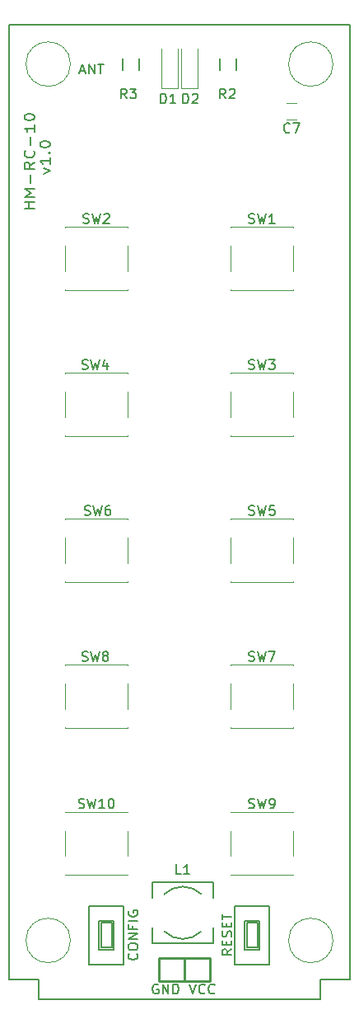
<source format=gto>
G04 #@! TF.FileFunction,Legend,Top*
%FSLAX46Y46*%
G04 Gerber Fmt 4.6, Leading zero omitted, Abs format (unit mm)*
G04 Created by KiCad (PCBNEW 4.0.2-stable) date 15.03.2017 10:40:45*
%MOMM*%
G01*
G04 APERTURE LIST*
%ADD10C,0.100000*%
%ADD11C,0.200000*%
%ADD12C,0.150000*%
%ADD13C,0.120000*%
%ADD14C,0.254000*%
G04 APERTURE END LIST*
D10*
D11*
X133573881Y-48875286D02*
X132573881Y-48875286D01*
X133050071Y-48875286D02*
X133050071Y-48189571D01*
X133573881Y-48189571D02*
X132573881Y-48189571D01*
X133573881Y-47618143D02*
X132573881Y-47618143D01*
X133288167Y-47218143D01*
X132573881Y-46818143D01*
X133573881Y-46818143D01*
X133192929Y-46246714D02*
X133192929Y-45332428D01*
X133573881Y-44075285D02*
X133097690Y-44475285D01*
X133573881Y-44761000D02*
X132573881Y-44761000D01*
X132573881Y-44303857D01*
X132621500Y-44189571D01*
X132669119Y-44132428D01*
X132764357Y-44075285D01*
X132907214Y-44075285D01*
X133002452Y-44132428D01*
X133050071Y-44189571D01*
X133097690Y-44303857D01*
X133097690Y-44761000D01*
X133478643Y-42875285D02*
X133526262Y-42932428D01*
X133573881Y-43103857D01*
X133573881Y-43218143D01*
X133526262Y-43389571D01*
X133431024Y-43503857D01*
X133335786Y-43561000D01*
X133145310Y-43618143D01*
X133002452Y-43618143D01*
X132811976Y-43561000D01*
X132716738Y-43503857D01*
X132621500Y-43389571D01*
X132573881Y-43218143D01*
X132573881Y-43103857D01*
X132621500Y-42932428D01*
X132669119Y-42875285D01*
X133192929Y-42361000D02*
X133192929Y-41446714D01*
X133573881Y-40246714D02*
X133573881Y-40932429D01*
X133573881Y-40589571D02*
X132573881Y-40589571D01*
X132716738Y-40703857D01*
X132811976Y-40818143D01*
X132859595Y-40932429D01*
X132573881Y-39503857D02*
X132573881Y-39389572D01*
X132621500Y-39275286D01*
X132669119Y-39218143D01*
X132764357Y-39161000D01*
X132954833Y-39103857D01*
X133192929Y-39103857D01*
X133383405Y-39161000D01*
X133478643Y-39218143D01*
X133526262Y-39275286D01*
X133573881Y-39389572D01*
X133573881Y-39503857D01*
X133526262Y-39618143D01*
X133478643Y-39675286D01*
X133383405Y-39732429D01*
X133192929Y-39789572D01*
X132954833Y-39789572D01*
X132764357Y-39732429D01*
X132669119Y-39675286D01*
X132621500Y-39618143D01*
X132573881Y-39503857D01*
X134507214Y-45275285D02*
X135173881Y-44989571D01*
X134507214Y-44703857D01*
X135173881Y-43618142D02*
X135173881Y-44303857D01*
X135173881Y-43960999D02*
X134173881Y-43960999D01*
X134316738Y-44075285D01*
X134411976Y-44189571D01*
X134459595Y-44303857D01*
X135078643Y-43103857D02*
X135126262Y-43046714D01*
X135173881Y-43103857D01*
X135126262Y-43161000D01*
X135078643Y-43103857D01*
X135173881Y-43103857D01*
X134173881Y-42303856D02*
X134173881Y-42189571D01*
X134221500Y-42075285D01*
X134269119Y-42018142D01*
X134364357Y-41960999D01*
X134554833Y-41903856D01*
X134792929Y-41903856D01*
X134983405Y-41960999D01*
X135078643Y-42018142D01*
X135126262Y-42075285D01*
X135173881Y-42189571D01*
X135173881Y-42303856D01*
X135126262Y-42418142D01*
X135078643Y-42475285D01*
X134983405Y-42532428D01*
X134792929Y-42589571D01*
X134554833Y-42589571D01*
X134364357Y-42532428D01*
X134269119Y-42475285D01*
X134221500Y-42418142D01*
X134173881Y-42303856D01*
D12*
X166000000Y-128000000D02*
X166000000Y-30000000D01*
X131000000Y-30000000D02*
X131000000Y-128000000D01*
X131000000Y-30000000D02*
X166000000Y-30000000D01*
X134000000Y-128000000D02*
X131000000Y-128000000D01*
X166000000Y-128000000D02*
X163000000Y-128000000D01*
X134000000Y-130000000D02*
X134000000Y-128000000D01*
X163000000Y-130000000D02*
X134000000Y-130000000D01*
X163000000Y-128000000D02*
X163000000Y-130000000D01*
X146304096Y-128532000D02*
X146208858Y-128484381D01*
X146066001Y-128484381D01*
X145923143Y-128532000D01*
X145827905Y-128627238D01*
X145780286Y-128722476D01*
X145732667Y-128912952D01*
X145732667Y-129055810D01*
X145780286Y-129246286D01*
X145827905Y-129341524D01*
X145923143Y-129436762D01*
X146066001Y-129484381D01*
X146161239Y-129484381D01*
X146304096Y-129436762D01*
X146351715Y-129389143D01*
X146351715Y-129055810D01*
X146161239Y-129055810D01*
X146780286Y-129484381D02*
X146780286Y-128484381D01*
X147351715Y-129484381D01*
X147351715Y-128484381D01*
X147827905Y-129484381D02*
X147827905Y-128484381D01*
X148066000Y-128484381D01*
X148208858Y-128532000D01*
X148304096Y-128627238D01*
X148351715Y-128722476D01*
X148399334Y-128912952D01*
X148399334Y-129055810D01*
X148351715Y-129246286D01*
X148304096Y-129341524D01*
X148208858Y-129436762D01*
X148066000Y-129484381D01*
X147827905Y-129484381D01*
X149542667Y-128484381D02*
X149876000Y-129484381D01*
X150209334Y-128484381D01*
X151114096Y-129389143D02*
X151066477Y-129436762D01*
X150923620Y-129484381D01*
X150828382Y-129484381D01*
X150685524Y-129436762D01*
X150590286Y-129341524D01*
X150542667Y-129246286D01*
X150495048Y-129055810D01*
X150495048Y-128912952D01*
X150542667Y-128722476D01*
X150590286Y-128627238D01*
X150685524Y-128532000D01*
X150828382Y-128484381D01*
X150923620Y-128484381D01*
X151066477Y-128532000D01*
X151114096Y-128579619D01*
X152114096Y-129389143D02*
X152066477Y-129436762D01*
X151923620Y-129484381D01*
X151828382Y-129484381D01*
X151685524Y-129436762D01*
X151590286Y-129341524D01*
X151542667Y-129246286D01*
X151495048Y-129055810D01*
X151495048Y-128912952D01*
X151542667Y-128722476D01*
X151590286Y-128627238D01*
X151685524Y-128532000D01*
X151828382Y-128484381D01*
X151923620Y-128484381D01*
X152066477Y-128532000D01*
X152114096Y-128579619D01*
X156506220Y-122204110D02*
X156506220Y-124704110D01*
X156506220Y-124704110D02*
X155406220Y-124704110D01*
X155406220Y-124704110D02*
X155406220Y-122204110D01*
X155406220Y-122204110D02*
X156506220Y-122204110D01*
X155156220Y-121954110D02*
X155156220Y-124954110D01*
X156756220Y-121954110D02*
X156756220Y-124954110D01*
X156756220Y-124954110D02*
X155156220Y-124954110D01*
X156756220Y-121954110D02*
X155156220Y-121954110D01*
X154206220Y-120454110D02*
X154206220Y-126454110D01*
X157706220Y-120454110D02*
X157706220Y-126454110D01*
X157706220Y-120454110D02*
X154206220Y-120454110D01*
X157706220Y-126454110D02*
X154206220Y-126454110D01*
X141520220Y-122204110D02*
X141520220Y-124704110D01*
X141520220Y-124704110D02*
X140420220Y-124704110D01*
X140420220Y-124704110D02*
X140420220Y-122204110D01*
X140420220Y-122204110D02*
X141520220Y-122204110D01*
X140170220Y-121954110D02*
X140170220Y-124954110D01*
X141770220Y-121954110D02*
X141770220Y-124954110D01*
X141770220Y-124954110D02*
X140170220Y-124954110D01*
X141770220Y-121954110D02*
X140170220Y-121954110D01*
X139220220Y-120454110D02*
X139220220Y-126454110D01*
X142720220Y-120454110D02*
X142720220Y-126454110D01*
X142720220Y-120454110D02*
X139220220Y-120454110D01*
X142720220Y-126454110D02*
X139220220Y-126454110D01*
D13*
X146650000Y-36500000D02*
X148350000Y-36500000D01*
X148350000Y-36450000D02*
X148350000Y-32400000D01*
X146650000Y-36450000D02*
X146650000Y-32400000D01*
X148650000Y-36500000D02*
X150350000Y-36500000D01*
X150350000Y-36450000D02*
X150350000Y-32400000D01*
X148650000Y-36450000D02*
X148650000Y-32400000D01*
D12*
X152625000Y-34600000D02*
X152625000Y-33400000D01*
X154375000Y-33400000D02*
X154375000Y-34600000D01*
X142625000Y-34600000D02*
X142625000Y-33400000D01*
X144375000Y-33400000D02*
X144375000Y-34600000D01*
D14*
X149000000Y-128200000D02*
X149000000Y-125800000D01*
X146400000Y-125800000D02*
X151600000Y-125800000D01*
X151600000Y-125800000D02*
X151600000Y-128200000D01*
X151600000Y-128200000D02*
X146400000Y-128200000D01*
X146400000Y-128200000D02*
X146400000Y-125800000D01*
D13*
X164286000Y-34000000D02*
G75*
G03X164286000Y-34000000I-2286000J0D01*
G01*
X137286000Y-34000000D02*
G75*
G03X137286000Y-34000000I-2286000J0D01*
G01*
X164286000Y-124000000D02*
G75*
G03X164286000Y-124000000I-2286000J0D01*
G01*
X137286000Y-124000000D02*
G75*
G03X137286000Y-124000000I-2286000J0D01*
G01*
X160202000Y-50745000D02*
X160202000Y-50775000D01*
X160202000Y-57205000D02*
X160202000Y-57175000D01*
X153742000Y-57205000D02*
X153742000Y-57175000D01*
X153742000Y-50775000D02*
X153742000Y-50745000D01*
X160202000Y-52675000D02*
X160202000Y-55275000D01*
X153742000Y-50745000D02*
X160202000Y-50745000D01*
X153742000Y-52675000D02*
X153742000Y-55275000D01*
X153742000Y-57205000D02*
X160202000Y-57205000D01*
X136724000Y-57205000D02*
X136724000Y-57175000D01*
X136724000Y-50745000D02*
X136724000Y-50775000D01*
X143184000Y-50745000D02*
X143184000Y-50775000D01*
X143184000Y-57175000D02*
X143184000Y-57205000D01*
X136724000Y-55275000D02*
X136724000Y-52675000D01*
X143184000Y-57205000D02*
X136724000Y-57205000D01*
X143184000Y-55275000D02*
X143184000Y-52675000D01*
X143184000Y-50745000D02*
X136724000Y-50745000D01*
X160202000Y-65731000D02*
X160202000Y-65761000D01*
X160202000Y-72191000D02*
X160202000Y-72161000D01*
X153742000Y-72191000D02*
X153742000Y-72161000D01*
X153742000Y-65761000D02*
X153742000Y-65731000D01*
X160202000Y-67661000D02*
X160202000Y-70261000D01*
X153742000Y-65731000D02*
X160202000Y-65731000D01*
X153742000Y-67661000D02*
X153742000Y-70261000D01*
X153742000Y-72191000D02*
X160202000Y-72191000D01*
X136724000Y-72191000D02*
X136724000Y-72161000D01*
X136724000Y-65731000D02*
X136724000Y-65761000D01*
X143184000Y-65731000D02*
X143184000Y-65761000D01*
X143184000Y-72161000D02*
X143184000Y-72191000D01*
X136724000Y-70261000D02*
X136724000Y-67661000D01*
X143184000Y-72191000D02*
X136724000Y-72191000D01*
X143184000Y-70261000D02*
X143184000Y-67661000D01*
X143184000Y-65731000D02*
X136724000Y-65731000D01*
X160202000Y-80717000D02*
X160202000Y-80747000D01*
X160202000Y-87177000D02*
X160202000Y-87147000D01*
X153742000Y-87177000D02*
X153742000Y-87147000D01*
X153742000Y-80747000D02*
X153742000Y-80717000D01*
X160202000Y-82647000D02*
X160202000Y-85247000D01*
X153742000Y-80717000D02*
X160202000Y-80717000D01*
X153742000Y-82647000D02*
X153742000Y-85247000D01*
X153742000Y-87177000D02*
X160202000Y-87177000D01*
X136724000Y-87177000D02*
X136724000Y-87147000D01*
X136724000Y-80717000D02*
X136724000Y-80747000D01*
X143184000Y-80717000D02*
X143184000Y-80747000D01*
X143184000Y-87147000D02*
X143184000Y-87177000D01*
X136724000Y-85247000D02*
X136724000Y-82647000D01*
X143184000Y-87177000D02*
X136724000Y-87177000D01*
X143184000Y-85247000D02*
X143184000Y-82647000D01*
X143184000Y-80717000D02*
X136724000Y-80717000D01*
X160202000Y-95703000D02*
X160202000Y-95733000D01*
X160202000Y-102163000D02*
X160202000Y-102133000D01*
X153742000Y-102163000D02*
X153742000Y-102133000D01*
X153742000Y-95733000D02*
X153742000Y-95703000D01*
X160202000Y-97633000D02*
X160202000Y-100233000D01*
X153742000Y-95703000D02*
X160202000Y-95703000D01*
X153742000Y-97633000D02*
X153742000Y-100233000D01*
X153742000Y-102163000D02*
X160202000Y-102163000D01*
X136724000Y-102163000D02*
X136724000Y-102133000D01*
X136724000Y-95703000D02*
X136724000Y-95733000D01*
X143184000Y-95703000D02*
X143184000Y-95733000D01*
X143184000Y-102133000D02*
X143184000Y-102163000D01*
X136724000Y-100233000D02*
X136724000Y-97633000D01*
X143184000Y-102163000D02*
X136724000Y-102163000D01*
X143184000Y-100233000D02*
X143184000Y-97633000D01*
X143184000Y-95703000D02*
X136724000Y-95703000D01*
X160202000Y-110816000D02*
X160202000Y-110846000D01*
X160202000Y-117276000D02*
X160202000Y-117246000D01*
X153742000Y-117276000D02*
X153742000Y-117246000D01*
X153742000Y-110846000D02*
X153742000Y-110816000D01*
X160202000Y-112746000D02*
X160202000Y-115346000D01*
X153742000Y-110816000D02*
X160202000Y-110816000D01*
X153742000Y-112746000D02*
X153742000Y-115346000D01*
X153742000Y-117276000D02*
X160202000Y-117276000D01*
X136724000Y-117276000D02*
X136724000Y-117246000D01*
X136724000Y-110816000D02*
X136724000Y-110846000D01*
X143184000Y-110816000D02*
X143184000Y-110846000D01*
X143184000Y-117246000D02*
X143184000Y-117276000D01*
X136724000Y-115346000D02*
X136724000Y-112746000D01*
X143184000Y-117276000D02*
X136724000Y-117276000D01*
X143184000Y-115346000D02*
X143184000Y-112746000D01*
X143184000Y-110816000D02*
X136724000Y-110816000D01*
D12*
X150749000Y-119253000D02*
G75*
G03X146939000Y-119253000I-1905000J-1905000D01*
G01*
X146939000Y-123063000D02*
G75*
G03X150749000Y-123063000I1905000J1905000D01*
G01*
X151994000Y-124308000D02*
X151994000Y-122658000D01*
X151994000Y-118008000D02*
X151994000Y-119658000D01*
X145694000Y-124308000D02*
X145694000Y-122658000D01*
X145694000Y-118008000D02*
X145694000Y-119658000D01*
X145694000Y-118008000D02*
X151994000Y-118008000D01*
X145694000Y-124308000D02*
X151994000Y-124308000D01*
D13*
X159520000Y-39712000D02*
X160520000Y-39712000D01*
X160520000Y-38012000D02*
X159520000Y-38012000D01*
D12*
X153868381Y-124896381D02*
X153392190Y-125229715D01*
X153868381Y-125467810D02*
X152868381Y-125467810D01*
X152868381Y-125086857D01*
X152916000Y-124991619D01*
X152963619Y-124944000D01*
X153058857Y-124896381D01*
X153201714Y-124896381D01*
X153296952Y-124944000D01*
X153344571Y-124991619D01*
X153392190Y-125086857D01*
X153392190Y-125467810D01*
X153344571Y-124467810D02*
X153344571Y-124134476D01*
X153868381Y-123991619D02*
X153868381Y-124467810D01*
X152868381Y-124467810D01*
X152868381Y-123991619D01*
X153820762Y-123610667D02*
X153868381Y-123467810D01*
X153868381Y-123229714D01*
X153820762Y-123134476D01*
X153773143Y-123086857D01*
X153677905Y-123039238D01*
X153582667Y-123039238D01*
X153487429Y-123086857D01*
X153439810Y-123134476D01*
X153392190Y-123229714D01*
X153344571Y-123420191D01*
X153296952Y-123515429D01*
X153249333Y-123563048D01*
X153154095Y-123610667D01*
X153058857Y-123610667D01*
X152963619Y-123563048D01*
X152916000Y-123515429D01*
X152868381Y-123420191D01*
X152868381Y-123182095D01*
X152916000Y-123039238D01*
X153344571Y-122610667D02*
X153344571Y-122277333D01*
X153868381Y-122134476D02*
X153868381Y-122610667D01*
X152868381Y-122610667D01*
X152868381Y-122134476D01*
X152868381Y-121848762D02*
X152868381Y-121277333D01*
X153868381Y-121563048D02*
X152868381Y-121563048D01*
X144121143Y-125348761D02*
X144168762Y-125396380D01*
X144216381Y-125539237D01*
X144216381Y-125634475D01*
X144168762Y-125777333D01*
X144073524Y-125872571D01*
X143978286Y-125920190D01*
X143787810Y-125967809D01*
X143644952Y-125967809D01*
X143454476Y-125920190D01*
X143359238Y-125872571D01*
X143264000Y-125777333D01*
X143216381Y-125634475D01*
X143216381Y-125539237D01*
X143264000Y-125396380D01*
X143311619Y-125348761D01*
X143216381Y-124729714D02*
X143216381Y-124539237D01*
X143264000Y-124443999D01*
X143359238Y-124348761D01*
X143549714Y-124301142D01*
X143883048Y-124301142D01*
X144073524Y-124348761D01*
X144168762Y-124443999D01*
X144216381Y-124539237D01*
X144216381Y-124729714D01*
X144168762Y-124824952D01*
X144073524Y-124920190D01*
X143883048Y-124967809D01*
X143549714Y-124967809D01*
X143359238Y-124920190D01*
X143264000Y-124824952D01*
X143216381Y-124729714D01*
X144216381Y-123872571D02*
X143216381Y-123872571D01*
X144216381Y-123301142D01*
X143216381Y-123301142D01*
X143692571Y-122491618D02*
X143692571Y-122824952D01*
X144216381Y-122824952D02*
X143216381Y-122824952D01*
X143216381Y-122348761D01*
X144216381Y-121967809D02*
X143216381Y-121967809D01*
X143264000Y-120967809D02*
X143216381Y-121063047D01*
X143216381Y-121205904D01*
X143264000Y-121348762D01*
X143359238Y-121444000D01*
X143454476Y-121491619D01*
X143644952Y-121539238D01*
X143787810Y-121539238D01*
X143978286Y-121491619D01*
X144073524Y-121444000D01*
X144168762Y-121348762D01*
X144216381Y-121205904D01*
X144216381Y-121110666D01*
X144168762Y-120967809D01*
X144121143Y-120920190D01*
X143787810Y-120920190D01*
X143787810Y-121110666D01*
X146581905Y-38044381D02*
X146581905Y-37044381D01*
X146820000Y-37044381D01*
X146962858Y-37092000D01*
X147058096Y-37187238D01*
X147105715Y-37282476D01*
X147153334Y-37472952D01*
X147153334Y-37615810D01*
X147105715Y-37806286D01*
X147058096Y-37901524D01*
X146962858Y-37996762D01*
X146820000Y-38044381D01*
X146581905Y-38044381D01*
X148105715Y-38044381D02*
X147534286Y-38044381D01*
X147820000Y-38044381D02*
X147820000Y-37044381D01*
X147724762Y-37187238D01*
X147629524Y-37282476D01*
X147534286Y-37330095D01*
X148867905Y-38044381D02*
X148867905Y-37044381D01*
X149106000Y-37044381D01*
X149248858Y-37092000D01*
X149344096Y-37187238D01*
X149391715Y-37282476D01*
X149439334Y-37472952D01*
X149439334Y-37615810D01*
X149391715Y-37806286D01*
X149344096Y-37901524D01*
X149248858Y-37996762D01*
X149106000Y-38044381D01*
X148867905Y-38044381D01*
X149820286Y-37139619D02*
X149867905Y-37092000D01*
X149963143Y-37044381D01*
X150201239Y-37044381D01*
X150296477Y-37092000D01*
X150344096Y-37139619D01*
X150391715Y-37234857D01*
X150391715Y-37330095D01*
X150344096Y-37472952D01*
X149772667Y-38044381D01*
X150391715Y-38044381D01*
X153249334Y-37536381D02*
X152916000Y-37060190D01*
X152677905Y-37536381D02*
X152677905Y-36536381D01*
X153058858Y-36536381D01*
X153154096Y-36584000D01*
X153201715Y-36631619D01*
X153249334Y-36726857D01*
X153249334Y-36869714D01*
X153201715Y-36964952D01*
X153154096Y-37012571D01*
X153058858Y-37060190D01*
X152677905Y-37060190D01*
X153630286Y-36631619D02*
X153677905Y-36584000D01*
X153773143Y-36536381D01*
X154011239Y-36536381D01*
X154106477Y-36584000D01*
X154154096Y-36631619D01*
X154201715Y-36726857D01*
X154201715Y-36822095D01*
X154154096Y-36964952D01*
X153582667Y-37536381D01*
X154201715Y-37536381D01*
X143089334Y-37536381D02*
X142756000Y-37060190D01*
X142517905Y-37536381D02*
X142517905Y-36536381D01*
X142898858Y-36536381D01*
X142994096Y-36584000D01*
X143041715Y-36631619D01*
X143089334Y-36726857D01*
X143089334Y-36869714D01*
X143041715Y-36964952D01*
X142994096Y-37012571D01*
X142898858Y-37060190D01*
X142517905Y-37060190D01*
X143422667Y-36536381D02*
X144041715Y-36536381D01*
X143708381Y-36917333D01*
X143851239Y-36917333D01*
X143946477Y-36964952D01*
X143994096Y-37012571D01*
X144041715Y-37107810D01*
X144041715Y-37345905D01*
X143994096Y-37441143D01*
X143946477Y-37488762D01*
X143851239Y-37536381D01*
X143565524Y-37536381D01*
X143470286Y-37488762D01*
X143422667Y-37441143D01*
D11*
X138303143Y-34710667D02*
X138779334Y-34710667D01*
X138207905Y-34996381D02*
X138541238Y-33996381D01*
X138874572Y-34996381D01*
X139207905Y-34996381D02*
X139207905Y-33996381D01*
X139779334Y-34996381D01*
X139779334Y-33996381D01*
X140112667Y-33996381D02*
X140684096Y-33996381D01*
X140398381Y-34996381D02*
X140398381Y-33996381D01*
D12*
X155638667Y-50315762D02*
X155781524Y-50363381D01*
X156019620Y-50363381D01*
X156114858Y-50315762D01*
X156162477Y-50268143D01*
X156210096Y-50172905D01*
X156210096Y-50077667D01*
X156162477Y-49982429D01*
X156114858Y-49934810D01*
X156019620Y-49887190D01*
X155829143Y-49839571D01*
X155733905Y-49791952D01*
X155686286Y-49744333D01*
X155638667Y-49649095D01*
X155638667Y-49553857D01*
X155686286Y-49458619D01*
X155733905Y-49411000D01*
X155829143Y-49363381D01*
X156067239Y-49363381D01*
X156210096Y-49411000D01*
X156543429Y-49363381D02*
X156781524Y-50363381D01*
X156972001Y-49649095D01*
X157162477Y-50363381D01*
X157400572Y-49363381D01*
X158305334Y-50363381D02*
X157733905Y-50363381D01*
X158019619Y-50363381D02*
X158019619Y-49363381D01*
X157924381Y-49506238D01*
X157829143Y-49601476D01*
X157733905Y-49649095D01*
X138620667Y-50315762D02*
X138763524Y-50363381D01*
X139001620Y-50363381D01*
X139096858Y-50315762D01*
X139144477Y-50268143D01*
X139192096Y-50172905D01*
X139192096Y-50077667D01*
X139144477Y-49982429D01*
X139096858Y-49934810D01*
X139001620Y-49887190D01*
X138811143Y-49839571D01*
X138715905Y-49791952D01*
X138668286Y-49744333D01*
X138620667Y-49649095D01*
X138620667Y-49553857D01*
X138668286Y-49458619D01*
X138715905Y-49411000D01*
X138811143Y-49363381D01*
X139049239Y-49363381D01*
X139192096Y-49411000D01*
X139525429Y-49363381D02*
X139763524Y-50363381D01*
X139954001Y-49649095D01*
X140144477Y-50363381D01*
X140382572Y-49363381D01*
X140715905Y-49458619D02*
X140763524Y-49411000D01*
X140858762Y-49363381D01*
X141096858Y-49363381D01*
X141192096Y-49411000D01*
X141239715Y-49458619D01*
X141287334Y-49553857D01*
X141287334Y-49649095D01*
X141239715Y-49791952D01*
X140668286Y-50363381D01*
X141287334Y-50363381D01*
X155638667Y-65301762D02*
X155781524Y-65349381D01*
X156019620Y-65349381D01*
X156114858Y-65301762D01*
X156162477Y-65254143D01*
X156210096Y-65158905D01*
X156210096Y-65063667D01*
X156162477Y-64968429D01*
X156114858Y-64920810D01*
X156019620Y-64873190D01*
X155829143Y-64825571D01*
X155733905Y-64777952D01*
X155686286Y-64730333D01*
X155638667Y-64635095D01*
X155638667Y-64539857D01*
X155686286Y-64444619D01*
X155733905Y-64397000D01*
X155829143Y-64349381D01*
X156067239Y-64349381D01*
X156210096Y-64397000D01*
X156543429Y-64349381D02*
X156781524Y-65349381D01*
X156972001Y-64635095D01*
X157162477Y-65349381D01*
X157400572Y-64349381D01*
X157686286Y-64349381D02*
X158305334Y-64349381D01*
X157972000Y-64730333D01*
X158114858Y-64730333D01*
X158210096Y-64777952D01*
X158257715Y-64825571D01*
X158305334Y-64920810D01*
X158305334Y-65158905D01*
X158257715Y-65254143D01*
X158210096Y-65301762D01*
X158114858Y-65349381D01*
X157829143Y-65349381D01*
X157733905Y-65301762D01*
X157686286Y-65254143D01*
X138493667Y-65301762D02*
X138636524Y-65349381D01*
X138874620Y-65349381D01*
X138969858Y-65301762D01*
X139017477Y-65254143D01*
X139065096Y-65158905D01*
X139065096Y-65063667D01*
X139017477Y-64968429D01*
X138969858Y-64920810D01*
X138874620Y-64873190D01*
X138684143Y-64825571D01*
X138588905Y-64777952D01*
X138541286Y-64730333D01*
X138493667Y-64635095D01*
X138493667Y-64539857D01*
X138541286Y-64444619D01*
X138588905Y-64397000D01*
X138684143Y-64349381D01*
X138922239Y-64349381D01*
X139065096Y-64397000D01*
X139398429Y-64349381D02*
X139636524Y-65349381D01*
X139827001Y-64635095D01*
X140017477Y-65349381D01*
X140255572Y-64349381D01*
X141065096Y-64682714D02*
X141065096Y-65349381D01*
X140827000Y-64301762D02*
X140588905Y-65016048D01*
X141207953Y-65016048D01*
X155638667Y-80287762D02*
X155781524Y-80335381D01*
X156019620Y-80335381D01*
X156114858Y-80287762D01*
X156162477Y-80240143D01*
X156210096Y-80144905D01*
X156210096Y-80049667D01*
X156162477Y-79954429D01*
X156114858Y-79906810D01*
X156019620Y-79859190D01*
X155829143Y-79811571D01*
X155733905Y-79763952D01*
X155686286Y-79716333D01*
X155638667Y-79621095D01*
X155638667Y-79525857D01*
X155686286Y-79430619D01*
X155733905Y-79383000D01*
X155829143Y-79335381D01*
X156067239Y-79335381D01*
X156210096Y-79383000D01*
X156543429Y-79335381D02*
X156781524Y-80335381D01*
X156972001Y-79621095D01*
X157162477Y-80335381D01*
X157400572Y-79335381D01*
X158257715Y-79335381D02*
X157781524Y-79335381D01*
X157733905Y-79811571D01*
X157781524Y-79763952D01*
X157876762Y-79716333D01*
X158114858Y-79716333D01*
X158210096Y-79763952D01*
X158257715Y-79811571D01*
X158305334Y-79906810D01*
X158305334Y-80144905D01*
X158257715Y-80240143D01*
X158210096Y-80287762D01*
X158114858Y-80335381D01*
X157876762Y-80335381D01*
X157781524Y-80287762D01*
X157733905Y-80240143D01*
X138747667Y-80287762D02*
X138890524Y-80335381D01*
X139128620Y-80335381D01*
X139223858Y-80287762D01*
X139271477Y-80240143D01*
X139319096Y-80144905D01*
X139319096Y-80049667D01*
X139271477Y-79954429D01*
X139223858Y-79906810D01*
X139128620Y-79859190D01*
X138938143Y-79811571D01*
X138842905Y-79763952D01*
X138795286Y-79716333D01*
X138747667Y-79621095D01*
X138747667Y-79525857D01*
X138795286Y-79430619D01*
X138842905Y-79383000D01*
X138938143Y-79335381D01*
X139176239Y-79335381D01*
X139319096Y-79383000D01*
X139652429Y-79335381D02*
X139890524Y-80335381D01*
X140081001Y-79621095D01*
X140271477Y-80335381D01*
X140509572Y-79335381D01*
X141319096Y-79335381D02*
X141128619Y-79335381D01*
X141033381Y-79383000D01*
X140985762Y-79430619D01*
X140890524Y-79573476D01*
X140842905Y-79763952D01*
X140842905Y-80144905D01*
X140890524Y-80240143D01*
X140938143Y-80287762D01*
X141033381Y-80335381D01*
X141223858Y-80335381D01*
X141319096Y-80287762D01*
X141366715Y-80240143D01*
X141414334Y-80144905D01*
X141414334Y-79906810D01*
X141366715Y-79811571D01*
X141319096Y-79763952D01*
X141223858Y-79716333D01*
X141033381Y-79716333D01*
X140938143Y-79763952D01*
X140890524Y-79811571D01*
X140842905Y-79906810D01*
X155638667Y-95273762D02*
X155781524Y-95321381D01*
X156019620Y-95321381D01*
X156114858Y-95273762D01*
X156162477Y-95226143D01*
X156210096Y-95130905D01*
X156210096Y-95035667D01*
X156162477Y-94940429D01*
X156114858Y-94892810D01*
X156019620Y-94845190D01*
X155829143Y-94797571D01*
X155733905Y-94749952D01*
X155686286Y-94702333D01*
X155638667Y-94607095D01*
X155638667Y-94511857D01*
X155686286Y-94416619D01*
X155733905Y-94369000D01*
X155829143Y-94321381D01*
X156067239Y-94321381D01*
X156210096Y-94369000D01*
X156543429Y-94321381D02*
X156781524Y-95321381D01*
X156972001Y-94607095D01*
X157162477Y-95321381D01*
X157400572Y-94321381D01*
X157686286Y-94321381D02*
X158352953Y-94321381D01*
X157924381Y-95321381D01*
X138493667Y-95273762D02*
X138636524Y-95321381D01*
X138874620Y-95321381D01*
X138969858Y-95273762D01*
X139017477Y-95226143D01*
X139065096Y-95130905D01*
X139065096Y-95035667D01*
X139017477Y-94940429D01*
X138969858Y-94892810D01*
X138874620Y-94845190D01*
X138684143Y-94797571D01*
X138588905Y-94749952D01*
X138541286Y-94702333D01*
X138493667Y-94607095D01*
X138493667Y-94511857D01*
X138541286Y-94416619D01*
X138588905Y-94369000D01*
X138684143Y-94321381D01*
X138922239Y-94321381D01*
X139065096Y-94369000D01*
X139398429Y-94321381D02*
X139636524Y-95321381D01*
X139827001Y-94607095D01*
X140017477Y-95321381D01*
X140255572Y-94321381D01*
X140779381Y-94749952D02*
X140684143Y-94702333D01*
X140636524Y-94654714D01*
X140588905Y-94559476D01*
X140588905Y-94511857D01*
X140636524Y-94416619D01*
X140684143Y-94369000D01*
X140779381Y-94321381D01*
X140969858Y-94321381D01*
X141065096Y-94369000D01*
X141112715Y-94416619D01*
X141160334Y-94511857D01*
X141160334Y-94559476D01*
X141112715Y-94654714D01*
X141065096Y-94702333D01*
X140969858Y-94749952D01*
X140779381Y-94749952D01*
X140684143Y-94797571D01*
X140636524Y-94845190D01*
X140588905Y-94940429D01*
X140588905Y-95130905D01*
X140636524Y-95226143D01*
X140684143Y-95273762D01*
X140779381Y-95321381D01*
X140969858Y-95321381D01*
X141065096Y-95273762D01*
X141112715Y-95226143D01*
X141160334Y-95130905D01*
X141160334Y-94940429D01*
X141112715Y-94845190D01*
X141065096Y-94797571D01*
X140969858Y-94749952D01*
X155638667Y-110386762D02*
X155781524Y-110434381D01*
X156019620Y-110434381D01*
X156114858Y-110386762D01*
X156162477Y-110339143D01*
X156210096Y-110243905D01*
X156210096Y-110148667D01*
X156162477Y-110053429D01*
X156114858Y-110005810D01*
X156019620Y-109958190D01*
X155829143Y-109910571D01*
X155733905Y-109862952D01*
X155686286Y-109815333D01*
X155638667Y-109720095D01*
X155638667Y-109624857D01*
X155686286Y-109529619D01*
X155733905Y-109482000D01*
X155829143Y-109434381D01*
X156067239Y-109434381D01*
X156210096Y-109482000D01*
X156543429Y-109434381D02*
X156781524Y-110434381D01*
X156972001Y-109720095D01*
X157162477Y-110434381D01*
X157400572Y-109434381D01*
X157829143Y-110434381D02*
X158019619Y-110434381D01*
X158114858Y-110386762D01*
X158162477Y-110339143D01*
X158257715Y-110196286D01*
X158305334Y-110005810D01*
X158305334Y-109624857D01*
X158257715Y-109529619D01*
X158210096Y-109482000D01*
X158114858Y-109434381D01*
X157924381Y-109434381D01*
X157829143Y-109482000D01*
X157781524Y-109529619D01*
X157733905Y-109624857D01*
X157733905Y-109862952D01*
X157781524Y-109958190D01*
X157829143Y-110005810D01*
X157924381Y-110053429D01*
X158114858Y-110053429D01*
X158210096Y-110005810D01*
X158257715Y-109958190D01*
X158305334Y-109862952D01*
X138144476Y-110386762D02*
X138287333Y-110434381D01*
X138525429Y-110434381D01*
X138620667Y-110386762D01*
X138668286Y-110339143D01*
X138715905Y-110243905D01*
X138715905Y-110148667D01*
X138668286Y-110053429D01*
X138620667Y-110005810D01*
X138525429Y-109958190D01*
X138334952Y-109910571D01*
X138239714Y-109862952D01*
X138192095Y-109815333D01*
X138144476Y-109720095D01*
X138144476Y-109624857D01*
X138192095Y-109529619D01*
X138239714Y-109482000D01*
X138334952Y-109434381D01*
X138573048Y-109434381D01*
X138715905Y-109482000D01*
X139049238Y-109434381D02*
X139287333Y-110434381D01*
X139477810Y-109720095D01*
X139668286Y-110434381D01*
X139906381Y-109434381D01*
X140811143Y-110434381D02*
X140239714Y-110434381D01*
X140525428Y-110434381D02*
X140525428Y-109434381D01*
X140430190Y-109577238D01*
X140334952Y-109672476D01*
X140239714Y-109720095D01*
X141430190Y-109434381D02*
X141525429Y-109434381D01*
X141620667Y-109482000D01*
X141668286Y-109529619D01*
X141715905Y-109624857D01*
X141763524Y-109815333D01*
X141763524Y-110053429D01*
X141715905Y-110243905D01*
X141668286Y-110339143D01*
X141620667Y-110386762D01*
X141525429Y-110434381D01*
X141430190Y-110434381D01*
X141334952Y-110386762D01*
X141287333Y-110339143D01*
X141239714Y-110243905D01*
X141192095Y-110053429D01*
X141192095Y-109815333D01*
X141239714Y-109624857D01*
X141287333Y-109529619D01*
X141334952Y-109482000D01*
X141430190Y-109434381D01*
X148677334Y-117165381D02*
X148201143Y-117165381D01*
X148201143Y-116165381D01*
X149534477Y-117165381D02*
X148963048Y-117165381D01*
X149248762Y-117165381D02*
X149248762Y-116165381D01*
X149153524Y-116308238D01*
X149058286Y-116403476D01*
X148963048Y-116451095D01*
X159853334Y-40969143D02*
X159805715Y-41016762D01*
X159662858Y-41064381D01*
X159567620Y-41064381D01*
X159424762Y-41016762D01*
X159329524Y-40921524D01*
X159281905Y-40826286D01*
X159234286Y-40635810D01*
X159234286Y-40492952D01*
X159281905Y-40302476D01*
X159329524Y-40207238D01*
X159424762Y-40112000D01*
X159567620Y-40064381D01*
X159662858Y-40064381D01*
X159805715Y-40112000D01*
X159853334Y-40159619D01*
X160186667Y-40064381D02*
X160853334Y-40064381D01*
X160424762Y-41064381D01*
M02*

</source>
